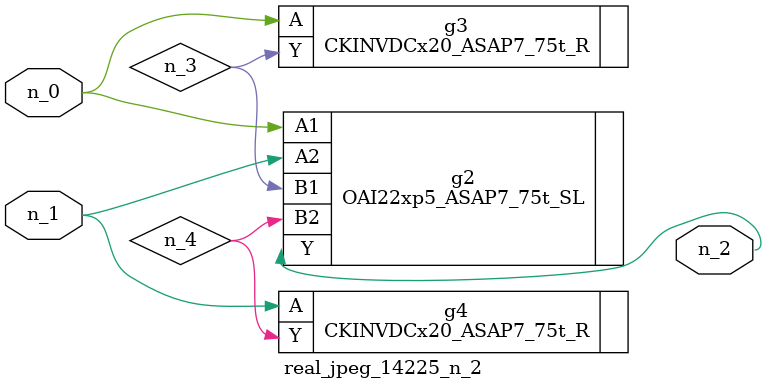
<source format=v>
module real_jpeg_14225_n_2 (n_1, n_0, n_2);

input n_1;
input n_0;

output n_2;

wire n_4;
wire n_3;

OAI22xp5_ASAP7_75t_SL g2 ( 
.A1(n_0),
.A2(n_1),
.B1(n_3),
.B2(n_4),
.Y(n_2)
);

CKINVDCx20_ASAP7_75t_R g3 ( 
.A(n_0),
.Y(n_3)
);

CKINVDCx20_ASAP7_75t_R g4 ( 
.A(n_1),
.Y(n_4)
);


endmodule
</source>
